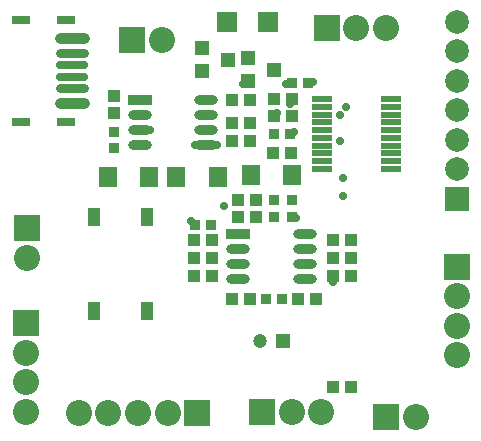
<source format=gbr>
G04*
G04 #@! TF.GenerationSoftware,Altium Limited,Altium Designer,22.4.2 (48)*
G04*
G04 Layer_Color=8388736*
%FSLAX25Y25*%
%MOIN*%
G70*
G04*
G04 #@! TF.SameCoordinates,BD52291B-EC81-4074-921C-677567915CDC*
G04*
G04*
G04 #@! TF.FilePolarity,Negative*
G04*
G01*
G75*
%ADD32C,0.03543*%
%ADD33C,0.03150*%
%ADD34C,0.02756*%
%ADD35R,0.04331X0.06299*%
%ADD36R,0.07887X0.03359*%
%ADD37O,0.07887X0.03359*%
%ADD38R,0.03800X0.03800*%
%ADD39R,0.03937X0.03937*%
%ADD40R,0.06800X0.06800*%
%ADD41R,0.04737X0.04737*%
%ADD42R,0.03800X0.03800*%
%ADD43R,0.07099X0.02375*%
%ADD44R,0.03937X0.03937*%
%ADD45R,0.06299X0.06693*%
%ADD46R,0.08674X0.08674*%
%ADD47C,0.08674*%
%ADD48C,0.07887*%
%ADD49R,0.07887X0.07887*%
%ADD50R,0.08674X0.08674*%
%ADD51R,0.04737X0.04737*%
%ADD52C,0.04737*%
G04:AMPARAMS|DCode=53|XSize=63.12mil|YSize=27.69mil|CornerRadius=8.92mil|HoleSize=0mil|Usage=FLASHONLY|Rotation=0.000|XOffset=0mil|YOffset=0mil|HoleType=Round|Shape=RoundedRectangle|*
%AMROUNDEDRECTD53*
21,1,0.06312,0.00984,0,0,0.0*
21,1,0.04528,0.02769,0,0,0.0*
1,1,0.01784,0.02264,-0.00492*
1,1,0.01784,-0.02264,-0.00492*
1,1,0.01784,-0.02264,0.00492*
1,1,0.01784,0.02264,0.00492*
%
%ADD53ROUNDEDRECTD53*%
%ADD54C,0.02769*%
D32*
X19408Y110738D02*
X27283D01*
X19408Y132234D02*
X27283D01*
D33*
X19408Y115581D02*
X27283D01*
X19291Y127264D02*
X27165D01*
D34*
X19408Y119518D02*
X27283D01*
X19408Y123455D02*
X27283D01*
D35*
X30512Y41339D02*
D03*
Y72835D02*
D03*
X48228Y41339D02*
D03*
Y72835D02*
D03*
D36*
X46063Y111831D02*
D03*
X78740Y66929D02*
D03*
D37*
X46063Y106831D02*
D03*
Y101831D02*
D03*
Y96831D02*
D03*
X68110Y111831D02*
D03*
Y106831D02*
D03*
Y101831D02*
D03*
Y96831D02*
D03*
X78740Y61929D02*
D03*
Y56929D02*
D03*
Y51929D02*
D03*
X100787Y66929D02*
D03*
Y61929D02*
D03*
Y56929D02*
D03*
Y51929D02*
D03*
D38*
X37408Y101175D02*
D03*
X37402Y95725D02*
D03*
X96463Y78341D02*
D03*
X96457Y72891D02*
D03*
X90545Y72840D02*
D03*
X90551Y78290D02*
D03*
D39*
X37402Y107283D02*
D03*
Y113189D02*
D03*
X76772Y104134D02*
D03*
Y98228D02*
D03*
X82677Y104134D02*
D03*
Y98228D02*
D03*
X84646Y78543D02*
D03*
Y72638D02*
D03*
X78740D02*
D03*
Y78543D02*
D03*
D40*
X88583Y137795D02*
D03*
X75083D02*
D03*
D41*
X66535Y121457D02*
D03*
X75197Y125197D02*
D03*
X66535Y128937D02*
D03*
X81890Y118110D02*
D03*
X90551Y121850D02*
D03*
X81890Y125591D02*
D03*
D42*
X101907Y117316D02*
D03*
X96457Y117323D02*
D03*
X96057Y100387D02*
D03*
X90607Y100394D02*
D03*
X69679Y70072D02*
D03*
X64229Y70079D02*
D03*
X93301Y45269D02*
D03*
X87851Y45276D02*
D03*
D43*
X106693Y101673D02*
D03*
Y99114D02*
D03*
Y96555D02*
D03*
Y91437D02*
D03*
Y88878D02*
D03*
Y93996D02*
D03*
Y104232D02*
D03*
Y106791D02*
D03*
Y109350D02*
D03*
Y111909D02*
D03*
X129528Y88878D02*
D03*
Y91437D02*
D03*
Y93996D02*
D03*
Y96555D02*
D03*
Y99114D02*
D03*
Y101673D02*
D03*
Y104232D02*
D03*
Y106791D02*
D03*
Y109350D02*
D03*
Y111909D02*
D03*
D44*
X90748Y112205D02*
D03*
X96653D02*
D03*
X76575Y111811D02*
D03*
X82480D02*
D03*
X96653Y106299D02*
D03*
X90748D02*
D03*
X90354Y94095D02*
D03*
X96260D02*
D03*
X69882Y64961D02*
D03*
X63976D02*
D03*
X69882Y59055D02*
D03*
X63976D02*
D03*
X69882Y53150D02*
D03*
X63976D02*
D03*
X82480Y45276D02*
D03*
X76575D02*
D03*
X98622D02*
D03*
X104528D02*
D03*
X116142Y64961D02*
D03*
X110236D02*
D03*
X116142Y59055D02*
D03*
X110236D02*
D03*
X116142Y53150D02*
D03*
X110236D02*
D03*
X116339Y16142D02*
D03*
X110433D02*
D03*
D45*
X96653Y86614D02*
D03*
X82874D02*
D03*
X58071Y86221D02*
D03*
X71850D02*
D03*
X35236D02*
D03*
X49016D02*
D03*
D46*
X43307Y131890D02*
D03*
X108268Y135827D02*
D03*
X127953Y5906D02*
D03*
X86614Y7874D02*
D03*
X64961Y7480D02*
D03*
D47*
X53150Y131890D02*
D03*
X118110Y135827D02*
D03*
X127953D02*
D03*
X8268Y59055D02*
D03*
X151575Y46260D02*
D03*
Y36417D02*
D03*
Y26575D02*
D03*
X137795Y5906D02*
D03*
X96457Y7874D02*
D03*
X106299D02*
D03*
X35433Y7480D02*
D03*
X45276D02*
D03*
X55118D02*
D03*
X25591D02*
D03*
X7874Y27559D02*
D03*
Y17717D02*
D03*
Y7874D02*
D03*
D48*
X151575Y137795D02*
D03*
Y127953D02*
D03*
Y118110D02*
D03*
Y88583D02*
D03*
Y98425D02*
D03*
Y108268D02*
D03*
D49*
Y78740D02*
D03*
D50*
X8268Y68898D02*
D03*
X151575Y56102D02*
D03*
X7874Y37402D02*
D03*
D51*
X93701Y31496D02*
D03*
D52*
X85827D02*
D03*
D53*
X6299Y104528D02*
D03*
X21260D02*
D03*
Y138543D02*
D03*
X6299D02*
D03*
D54*
X62992Y71260D02*
D03*
X49213Y101575D02*
D03*
X74016Y76378D02*
D03*
X112598Y98032D02*
D03*
X98032Y72441D02*
D03*
X110236Y51181D02*
D03*
X113779Y85827D02*
D03*
X113684Y79826D02*
D03*
X112598Y106693D02*
D03*
X114567Y109449D02*
D03*
X103543Y117717D02*
D03*
X97244Y101181D02*
D03*
X96063Y110236D02*
D03*
X91732Y107480D02*
D03*
X94488Y116929D02*
D03*
X80315D02*
D03*
X71653Y96850D02*
D03*
X64173D02*
D03*
M02*

</source>
